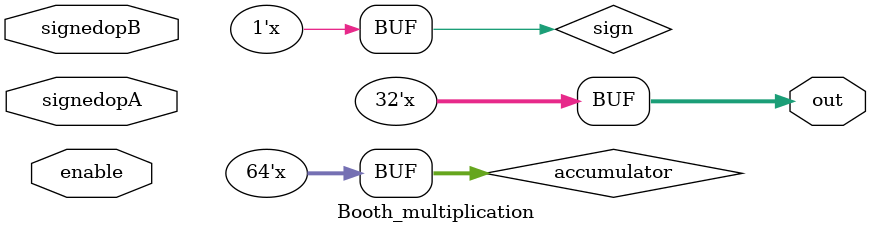
<source format=v>

`define OPCODE_COMPUTE    7'b0110011
`define OPCODE_IMM        7'b0010011
`define OPCODE_BRANCH     7'b1100011
`define OPCODE_LOAD       7'b0000011
`define OPCODE_STORE      7'b0100011
`define OPCODE_LUI        7'b0110111
`define OPCODE_JAL        7'b1101111
`define OPCODE_JALR       7'b1100111
`define OPCODE_AUIPC      7'b0010111
`define FUNC_ADD      3'b000
`define AUX_FUNC_ADD  7'b0000000
`define AUX_FUNC_SUB  7'b0100000
`define SIZE_BYTE  2'b00
`define SIZE_HWORD 2'b01
`define SIZE_WORD  2'b10

`include "lib_lab2.v"

module PipelinedCPU(halt, clk, rst);
  output halt;
  input clk, rst;

  // Pipeline variables
  reg [31:0] missed = 0;
  reg [31:0] missed_next = 0;
  
  reg [31:0] branched = 0;
  reg [31:0] branched_next = 0;

  reg [4:0] stages= 5'b00000;
  reg[4:0] next_stages= 5'b00001;
  reg [31:0] fetch_reg, fetch_reg_dec, fetch_reg_ex, fetch_reg_mem, fetch_reg_wb;
  reg [31:0] fetch_reg_dec_next, fetch_reg_ex_next, fetch_reg_mem_next, fetch_reg_wb_next;
  reg [4:0]  Rsrc1_reg, Rsrc2_reg, Rdst_reg, Rsrc1_reg_ex, Rsrc2_reg_ex, Rdst_reg_ex;
  reg [4:0]  Rsrc1_reg_ex_next, Rsrc2_reg_ex_next, Rdst_reg_ex_next;
  reg [2:0]  funct3_reg, funct3_reg_ex;
  reg [2:0]  funct3_reg_ex_next;
  reg [31:0] DataAddrRegEx, DataAddrRegMem, DataAddrRegWb;
  reg [31:0] DataAddrMem, DataAddrMem_next;
  reg [31:0] DataAddrRegMem_next, DataAddrRegWb_next;
  reg [31:0] StoreDataRegEx, StoreDataRegMem, StoreDataRegWb, RWrdataRegEx, RWrdataRegMem, RWrdataRegWb;
  reg [1:0]  RWrEnRegMem;
  reg [1:0]  RWrEnRegMem_next;
  reg [31:0] StoreDataRegEx_next, StoreDataRegMem_next, StoreDataRegWb_next, RWrdataRegEx_next, RWrdataRegMem_next, RWrdataRegWb_next;
  reg [1:0]  RWrEnRegWb, MemWrEnRegMem, MemWrEnRegWb, MemSizeRegEx, MemSizeRegMem, MemSizeRegWb;
  reg [1:0]  RWrEnRegWb_next, MemWrEnRegMem_next, MemWrEnRegWb_next, MemSizeRegEx_next, MemSizeRegMem_next, MemSizeRegWb_next;
  reg [6:0] opcode_reg, opcode_reg_ex, opcode_reg_mem, opcode_reg_wb;
  reg [6:0] opcode_reg_next, opcode_reg_ex_next, opcode_reg_mem_next, opcode_reg_wb_next;
  reg [6:0] funct7RegEx, funct7RegMem, funct7RegWb;
  reg [6:0] funct7RegEx_next, funct7RegMem_next, funct7RegWb_next;
  reg [31:0] PCRegDec, PCRegEx, PCRegMem, PCRegWb;
  reg [31:0] PCRegDec_next, PCRegEx_next, PCRegMem_next, PCRegWb_next;
  reg [31:0] imm_reg, imm_reg_ex, imm_reg_mem;
  reg [31:0] imm_reg_ex_next, imm_reg_mem_next;
  reg [31:0] opA_immRegEx, opA_immRegMem, opA_immRegWb;
  reg [31:0] opA_immRegMem_next, opA_immRegWb_next;
  reg [31:0] opB_immRegEx, opB_immRegMem, opB_immRegWb;
  reg [31:0] opB_immRegMem_next, opB_immRegWb_next;
  reg [31:0] opA_alt, Rdata1_fin, Rdata2_fin, opA_alt2, opA_alt3;
  reg [14:0] forward_signals = 1'b0;
  reg [1:0] forward_index = 2'b10;
  // end of pipeline variables

  wire [31:0] PC, InstWord;
  wire [31:0] DataAddr, StoreData, DataWord;
  wire [1:0]  MemSize;
  wire        MemWrEn;

  wire [4:0]  Rsrc1, Rsrc2, Rdst;
  wire [31:0] Rdata1, Rdata2, RWrdata, RWrdataWire;
  wire        RWrEn;

  wire [31:0] NPC, PC_Plus_4;
  wire [6:0]  opcode;

  wire [6:0]  funct7;
  wire [2:0]  funct3;


  // Additionaly registers for easy usage
  reg [31:0] PCReg, InstWordReg;
  reg [31:0] DataAddrReg, StoreDataReg, DataWordReg;
  reg [1:0]  MemSizeReg;
  reg        MemWrEnReg;

  reg [4:0]  Rsrc1Reg, Rsrc2Reg, RdstReg, RdstRegMem, RdstRegMem_next, RdstRegWb, RdstRegWb_next;
  reg [31:0] Rdata1Reg, Rdata2Reg, RWrdataReg;
  reg        RWrEnReg;

  reg [31:0] NPCReg, PC_Plus_4Reg;
  reg [6:0]  opcodeReg;

  reg [6:0]  funct7Reg;
  reg [2:0]  funct3Reg;

  // Additional Wires for easy usage
  wire [31:0] imm;
  wire [31:0] opB_imm, opA_imm;

  reg [31:0] immReg;
  reg [31:0] opB_immReg, opA_immReg;
  reg        haltFlagReg;
  reg [31:0] temp_addrReg;
  reg signed [31:0] signed_tempReg;
  reg signed [31:0] signed_temp_twoReg;
  reg [31:0] tempReg;

  reg startReg = 1'b0;

  reg miss_predict = 1'b0; //MUST GET RESET EVERY CLOCK EDGE!

  // end of additional wires

  reg [5:0] ex_ford_lab, mem_ford_lab;
  reg [5:0] ex_ford_lab_next, mem_ford_lab_next;

  reg[31:0 ]ex_ford, mem_ford;
  reg[31:0 ]ex_ford_next, mem_ford_next;

  reg loadHalt = 1'b0;
  reg loadHalted = 1'b0;


  reg miss_predicted = 1'b0; //MUST GET RESET EVERY CLOCK EDGE!
  // halt on haltflagreg
  assign halt = haltFlagReg;

  // System State (everything is neg assert)
  InstMem IMEM(.Addr(PC), .Size(`SIZE_WORD), .DataOut(InstWord), .CLK(clk));
  DataMem DMEM(.Addr(DataAddr), .Size(MemSize), .DataIn(StoreData), .DataOut(DataWord), .WEN(MemWrEn), .CLK(clk));

  RegFile RF(.AddrA(Rsrc1), .DataOutA(Rdata1),
             .AddrB(Rsrc2), .DataOutB(Rdata2),
             .AddrW(Rdst), .DataInW(RWrdata), .WenW(RWrEn), .CLK(clk));

  Reg PC_REG(.Din(NPC), .Qout(PC), .WEN(1'b0), .CLK(clk), .RST(rst));

  ExecutionUnit EU(.out(RWrdataWire), .opA(opA_imm), .opB(opB_imm), .func(funct3), .auxFunc(funct7));
  // Fetch Address Datapath
  assign PC_Plus_4 = PC + 4;

  //register output works for execute stage ( no other stages use it? )
  assign Rsrc1 = fetch_reg_ex[19:15]; //Rsrc is based off the execute, that is where we use the output
  assign Rsrc2 = fetch_reg_ex[24:20];
  assign Rdst = RdstReg;

  //Asign
  assign DataAddr = DataAddrReg;
  assign MemSize = MemSizeReg;
  assign StoreData = StoreDataReg;
  // assign DataWord = DataWordReg;
  assign MemWrEn = MemWrEnReg;

  assign RWrdata = RWrdataReg;
  assign RWrEn = RWrEnReg;
  assign Rdst = RdstReg;
  assign opA_imm = opA_immReg;
  assign opB_imm = opB_immReg;
  assign funct7 = funct7Reg;
  assign funct3 = funct3Reg;
  assign NPC = PCReg;

  //assign NPC = PC_Plus_4;
  always @(negedge clk)
  begin
    fetch_reg_dec = fetch_reg_dec_next;
    fetch_reg_ex =  fetch_reg_ex_next;
    fetch_reg_mem = fetch_reg_mem_next;
    fetch_reg_wb = fetch_reg_wb_next;
    opA_immRegMem = opA_immRegMem_next;
    opA_immRegWb = opA_immRegWb_next;
    opB_immRegMem = opA_immRegMem_next;
    opB_immRegWb = opA_immRegWb_next;
    opcode_reg_ex = opcode_reg_ex_next;
    opcode_reg_mem = opcode_reg_mem_next;
    opcode_reg_wb = opcode_reg_wb_next;
    funct3_reg_ex = funct3_reg_ex_next;
    funct7RegMem = funct7RegMem_next;
    funct7RegWb = funct7RegWb_next;
    Rsrc1_reg_ex = Rsrc1_reg_ex_next;
    Rsrc2_reg_ex = Rsrc2_reg_ex_next;
    Rdst_reg_ex = Rdst_reg_ex_next;
    stages = next_stages;
    imm_reg_ex  = imm_reg_ex_next;
        branched = branched_next;
    missed = missed_next;

    //reset miss-predict so it can be used again
    miss_predicted = miss_predict;
    miss_predict = 1'b0;

    loadHalted = loadHalt;
    loadHalt = 1'b0;

    PCRegDec = PCRegDec_next;
    PCRegEx = PCRegEx_next;
    PCRegMem = PCRegMem_next;
    PCRegWb = PCRegWb_next;

    DataAddrMem= DataAddrMem_next;
    MemWrEnRegMem = MemWrEnRegMem_next;
    RWrEnRegMem = RWrEnRegMem_next;
    RdstRegMem = RdstRegMem_next;
    RWrdataRegMem = RWrdataRegMem_next;
    MemSizeRegMem = MemSizeRegMem_next;
    StoreDataRegMem = StoreDataRegMem_next;

    RdstRegWb = RdstRegWb_next;
    RWrdataRegWb = RWrdataRegWb_next;
    RWrEnRegWb = RWrEnRegWb_next;

    ex_ford_lab = ex_ford_lab_next;
    mem_ford_lab = mem_ford_lab_next;
    ex_ford = ex_ford_next;
    mem_ford= mem_ford_next;

  end

  always @*
  begin
    //Setup PC reg for the next Instruction
    PCReg = PC_Plus_4;
    haltFlagReg = 1'b0;

    //If all stages are done, we are done so halt
    if (stages == 5'b0)
    begin
      $display("halt1");
      haltFlagReg = 1'b1;
    end

    // INSTRUCTION FETCH

    //If this stage is 0, set the next stage to 0 (propage the 0 through)
    if ((stages[0] == 1'b0))   // TODO: need to make this happen somewhere
    begin
      next_stages[1] = 1'b0;
      PCReg = PCReg-4;
      //if we missed a predict, so the cleanup killed both the fetch and decode stages, we need to restart it
      //now with the correct address for the next cylce (which is handled by the branch setting NPC to the new address)
      if ((miss_predict == 1'b1) | (miss_predicted == 1'b1) | (loadHalt == 1'b1))
      begin
        next_stages[0] = 1'b1;
      end
    end
    //Otherwse, normal execution
    else if (stages[0] == 1'b1)
    begin
      fetch_reg_dec_next = InstWord; //Give the next decoder the instruction
      //this stage keeps going and the next one should go too
      PCRegDec_next = PC; //propage the PC address we are at

      //we reached 0 instrucion, stop and let everything else go through!
      if ((InstWord == 32'b0))
      begin
        $display("I a am at the end of the file :()");
        next_stages[1] = 1'b0;
        PCReg = PCReg-4;
        next_stages[0] = 1'b0;
      end
      else
      begin
        next_stages[0] = 1'b1;
        next_stages[1] = 1'b1;
      end
    end

    // INSTRUCTION DECODE
    if (stages[1] == 1'b1)
    begin
      //Decode and propagate to the next stage
      PCRegEx_next = PCRegDec;
      next_stages[2] = 1'b1;
      opcode_reg_ex_next =  fetch_reg_dec[6:0];
      funct3_reg_ex_next = fetch_reg_dec[14:12];
      Rsrc1_reg_ex_next = fetch_reg_dec[19:15];
      Rsrc2_reg_ex_next = fetch_reg_dec[24:20];
      Rdst_reg_ex_next = fetch_reg_dec[11:7];
      imm_reg_ex_next = {20'b0, fetch_reg_dec[31:20]};
      //pass the instruction along too (we are lazy)
      fetch_reg_ex_next = fetch_reg_dec;

      //Branch Predict here! for now, both jumps and branches will predict not-taken
    end
    else if (stages[1] == 1'b0)
    begin
      next_stages[2] = 1'b0;
    end

    // EXECUTE STAGE
    if (stages[2] == 1'b0)
    begin
      next_stages[3] = 1'b0;
      ex_ford_lab_next[5] = 1'b0;
    end
    else if (stages[2] == 1'b1)
    begin
      PCRegMem_next = PCRegEx;
      next_stages[3] = 1'b1;
      fetch_reg_mem_next = fetch_reg_ex;

      //By default:
      MemWrEnRegMem_next = 1'b1; //no writing to mem
      RWrEnRegMem_next = 1'b1; //no writing to registers


      Rdata1_fin = Rdata1; //defaul take the vaule from the reg
      Rdata2_fin = Rdata2;
      //if its in mem, takeit
      if ((ex_ford_lab[5] == 1'b1) && (fetch_reg_ex[19:15] == ex_ford_lab[4:0]))
      begin
        Rdata1_fin = ex_ford;
      end
      //if it is in ex take it
      else if ((mem_ford_lab[5] == 1'b1) && (fetch_reg_ex[19:15] == mem_ford_lab[4:0]))
      begin
        Rdata1_fin = mem_ford;
      end

      //if its in mem, takeit
      if ((ex_ford_lab[5] == 1'b1) && (fetch_reg_ex[24:20] == ex_ford_lab[4:0]))
      begin
        Rdata2_fin = ex_ford;
      end
      //if it is in ex tqake it
      else if ((mem_ford_lab[5] == 1'b1) && (fetch_reg_ex[24:20] == mem_ford_lab[4:0]))
      begin
        Rdata2_fin = mem_ford;
      end

      //IF no memory write, need to have MemWrEnRegMem_next = 1'b1;
      //if no reg write back, need to have RWrEnRegMem_next = 1'b1;

      // for calculation here; use the ex extention stuff
      if (fetch_reg_ex[6:0] == `OPCODE_COMPUTE)
      begin
        //opA and B reg are assigned to the wire that goes into the eu
        opB_immReg   = Rdata2_fin;
        opA_immReg   = Rdata1_fin;
        //Same with funct7reg
        funct3Reg = funct3_reg_ex;
        funct7Reg = imm_reg_ex[11:5];
        //Just needs to do register write back, no need to do memory anything:
        RdstRegMem_next = Rdst_reg_ex;
        RWrdataRegMem_next = RWrdataWire; //output of the eu to write back
        RWrEnRegMem_next = 1'b0;

      end
      else if (fetch_reg_ex[6:0] == `OPCODE_IMM)
      begin

        funct3Reg = funct3_reg_ex;
        //$display("Funct3Reg: %3b", funct3Reg);
        if ((funct3_reg_ex == 3'b001 || funct3_reg_ex == 3'b101))
        begin
          funct7Reg   = imm_reg_ex[11:5];
          opB_immReg   = {{27{imm_reg_ex[4]}}, imm_reg_ex[4:0]};
          //$display("OPB: %5b", funct7Reg);
        end
        else
        begin
          funct7Reg   = `AUX_FUNC_ADD;
          opB_immReg   = {{20{imm_reg_ex[11]}}, imm_reg_ex[11:0]};
        end
        opA_immReg = Rdata1_fin;
        //$display("OPA: %5b", opA_immReg);

        //Just needs to do register write back, no need to do memory anything:
        RdstRegMem_next = Rdst_reg_ex;
        RWrdataRegMem_next = RWrdataWire; //output of the eu to write back
        RWrEnRegMem_next = 1'b0;
      end

      else if (fetch_reg_ex[6:0] == `OPCODE_LOAD)
      begin
        signed_tempReg = {{20{fetch_reg_ex[31]}}, fetch_reg_ex[31:20]};
        temp_addrReg = signed_tempReg + Rdata1_fin;
        loadHalt = 1;
        next_stages[0] = 0;
        next_stages[1] = 0;
        next_stages[2] = 0; // new addition
        PCReg = PCRegEx + 4;
        if (fetch_reg_ex[14:12] == 3'b000)
        begin // LB
          DataAddrMem_next   = temp_addrReg; //address
          MemSizeRegMem_next   = `SIZE_BYTE; //size
          RdstRegMem_next = Rdst_reg_ex; //Reg address
          //RWrdataRegMem_next   = {{24{DataWord[7]}}, DataWord[7:0]}; //data (fetched)
          RWrEnRegMem_next = 1'b0; //do write to register
          //dont write to memory (default)
        end
        else if (fetch_reg_ex[14:12] == 3'b001)
        begin // LH
          $display("halt2");
          haltFlagReg   = temp_addrReg[0]; //if address wrong halt
          DataAddrMem_next   = temp_addrReg; //address
          MemSizeRegMem_next   = `SIZE_HWORD; //size
          RdstRegMem_next = Rdst_reg_ex; //Reg address
          //RWrdataRegMem_next   = {{16{DataWord[15]}}, DataWord[15:0]}; //data (fetched)
          RWrEnRegMem_next = 1'b0; //do write to register
          //dont write to memory (default)
        end
        else if (fetch_reg_ex[14:12] == 3'b010)
        begin // LW
          $display("halt3");
          haltFlagReg   = temp_addrReg[0] | temp_addrReg[1];
          DataAddrMem_next   = temp_addrReg; //address
          MemSizeRegMem_next   = `SIZE_WORD; //size
          RdstRegMem_next = Rdst_reg_ex; //Reg address
          //RWrdataRegMem_next   = DataWord; //data (fetched)
          RWrEnRegMem_next = 1'b0; //do write to register
          //dont write to memory (default)
        end
        else if (fetch_reg_ex[14:12] == 3'b100)
        begin // LBU
          DataAddrMem_next   = temp_addrReg; //address
          MemSizeRegMem_next   = `SIZE_BYTE; //size
          RdstRegMem_next = Rdst_reg_ex; //Reg address
          //RWrdataRegMem_next   = {{24{1'b0}}, DataWord[7:0]}; //data (fetched)
          RWrEnRegMem_next = 1'b0; //do write to register
          //dont write to memory (default)
        end
        else if (fetch_reg_ex[14:12] == 3'b101)
        begin // LHU
          $display("halt4");
          haltFlagReg   = temp_addrReg[0]; //if address wrong halt
          DataAddrMem_next   = temp_addrReg; //address
          MemSizeRegMem_next   = `SIZE_HWORD; //size
          RdstRegMem_next = Rdst_reg_ex; //Reg address
          //RWrdataRegMem_next   = {{16{1'b0}}, DataWord[15:0]}; //data (fetched)
          RWrEnRegMem_next = 1'b0; //do write to register
          //dont write to memory (default)
        end
      end

      else if (fetch_reg_ex[6:0] == `OPCODE_STORE)
      begin
        signed_tempReg = {{20{fetch_reg_ex[31]}}, fetch_reg_ex[31:25], fetch_reg_ex[11:7]};
        temp_addrReg = signed_tempReg + Rdata1_fin;

        if (fetch_reg_ex[14:12] == 3'b000)
        begin // SB
          DataAddrMem_next = temp_addrReg; //set address for next stage
          MemSizeRegMem_next = `SIZE_BYTE; //set size
          StoreDataRegMem_next = Rdata2_fin; //set data to write to address
          MemWrEnRegMem_next = 1'b0; //let it write
          //don't write to register (defualt) don't need to set rdst.
        end
        else if (fetch_reg_ex[14:12] == 3'b001)
        begin // SH
          DataAddrMem_next = temp_addrReg; //set address for next stage
          MemSizeRegMem_next = `SIZE_HWORD; //set size
          StoreDataRegMem_next = Rdata2_fin; //set data to write to address
          MemWrEnRegMem_next = 1'b0; //let it write
          //don't write to register (defualt) don't need to set rdst.
        end
        else if (fetch_reg_ex[14:12] == 3'b010)
        begin // SW
          DataAddrMem_next = temp_addrReg; //set address for next stage
          MemSizeRegMem_next = `SIZE_WORD; //set size
          StoreDataRegMem_next = Rdata2_fin; //set data to write to address
          MemWrEnRegMem_next = 1'b0; //let it write
          //don't write to register (defualt) don't need to set rdst.
        end
      end

      else if (fetch_reg_ex[6:0] == `OPCODE_LUI)
      begin
        RdstRegMem_next = Rdst_reg_ex;
        RWrdataRegMem_next = {fetch_reg_ex[31:12], 12'b0}
                           ; //output of the eu to write back
        RWrEnRegMem_next = 1'b0; //do write to the register, dont write to mem (default)
      end
      else if (fetch_reg_ex[6:0] == `OPCODE_AUIPC)
      begin
        RdstRegMem_next = Rdst_reg_ex;
        RWrdataRegMem_next = PCRegEx + {fetch_reg_ex[31:12], 12'b0}
                           ;
        ; //output of the eu to write back
        RWrEnRegMem_next = 1'b0;
      end

      else if (fetch_reg_ex[6:0] == `OPCODE_JAL)
      begin
        signed_tempReg   = {{12{fetch_reg_ex[31]}}, fetch_reg_ex[19:12], fetch_reg_ex[20], fetch_reg_ex[30:21], 1'b0};
        temp_addrReg   = signed_tempReg + PCRegEx;
        $display("halt5");
        haltFlagReg   = temp_addrReg[0] | temp_addrReg[1];
        // additional code:
        RdstRegMem_next = Rdst_reg_ex;
        RWrdataRegMem_next = PCRegEx + 4;
        RWrEnRegMem_next = 1'b0;

        if ((PCRegEx) != temp_addrReg)
        begin
          //NPC is going to be PCReg, so we are over writting it with this rather than PCplus4
          PCReg  = temp_addrReg;
          $display("jump success %8x", temp_addrReg);
          $display("offset from pc %8x", signed_tempReg);
          //We need to do some clean up now as we predicted wrong
          miss_predict = 1;
          next_stages[0] = 0;
          next_stages[1] = 0;
          next_stages[2] = 0;
          //stages 2 - 4 can continue, 2 is this one which is fine as it doesn't do anything in later stages
          //3 and 4 are previous code that is still correct and should continue
        end
      end
      else if (fetch_reg_ex[6:0] == `OPCODE_JALR)
      begin
        signed_tempReg = Rdata1_fin;
        temp_addrReg   = 32'hfffffffe & (signed_tempReg + {{20{fetch_reg_ex[31]}}, fetch_reg_ex[31:20]});
        $display("halt6");
        haltFlagReg   = temp_addrReg[0] | temp_addrReg[1];
        $display("stored address is %8x, PC is %8x", signed_tempReg, PCReg);
        $display("address to be jumped to is %8x", temp_addrReg);

        // additional code:
        RdstRegMem_next = Rdst_reg_ex;
        RWrdataRegMem_next = PCRegEx + 4;
        RWrEnRegMem_next = 1'b0;

        if ((PCRegEx) != temp_addrReg)
        begin
          //NPC is going to be PCReg, so we are over writting it with this rather than PCplus4
          PCReg   = temp_addrReg;
          //We need to do some clean up now as we predicted wrong
          miss_predict = 1;
          next_stages[0] = 0;
          next_stages[1] = 0;
          next_stages[2] = 0;
          //stages 2 - 4 can continue, 2 is this one which is fine as it doesn't do anything in later stages
          //3 and 4 are previous code that is still correct and should continue
        end

      end

      else if (fetch_reg_ex[6:0] == `OPCODE_BRANCH)
      begin
        branched_next = branched + 1;
        signed_tempReg = {{20{fetch_reg_ex[31]}}, fetch_reg_ex[7], fetch_reg_ex[30:25], fetch_reg_ex[11:8], 1'b0};
        temp_addrReg  = PCRegEx + signed_tempReg;
        //Really if any of these enter, we mis-predicted. We are always going to predict not taken, so instead of just writing the address
        //We are going to need to flush the pipline and fetch the next register...
        //That also means there is really no point in delaying anything, we are not doing anything else with branch so to need to wait for right back
        //to fix things
        $display("in the branch, want to go to: %8x", temp_addrReg);
        //if we dont, we have already finished the branch, nothing happens in the next stages.
        if (funct3_reg_ex == 3'b000)
        begin // BEQ
          if (Rdata1_fin == Rdata2_fin)
          begin
            //NPC is going to be PCReg, so we are over writting it with this rather than PCplus4
            PCReg   = temp_addrReg;
            $display("BEQ SUCCESS %8x", temp_addrReg);
            //We need to do some clean up now as we predicted wrong
            miss_predict = 1;
            missed_next = missed + 1;
            // stages[0] = 0;
            // stages[1] = 0;
            next_stages[0] = 0;
            next_stages[1] = 0;
            next_stages[2] = 0;
            //stages 2 - 4 can continue, 2 is this one which is fine as it doesn't do anything in later stages
            //3 and 4 are previous code that is still correct and should continue
          end
        end
        else if (funct3_reg_ex == 3'b001)
        begin // BNE
          if (Rdata1_fin != Rdata2_fin)
          begin
            //NPC is going to be PCReg, so we are over writting it with this rather than PCplus4
            PCReg   = temp_addrReg;
            $display("BNE SUCCESS %8x", temp_addrReg);
            //We need to do some clean up now as we predicted wrong
            miss_predict = 1;
            missed_next = missed + 1;
            // stages[0] = 0;
            // stages[1] = 0;
            next_stages[0] = 0;
            next_stages[1] = 0;
            next_stages[2] = 0;
            //stages 2 - 4 can continue, 2 is this one which is fine as it doesn't do anything in later stages
            //3 and 4 are previous code that is still correct and should continue
          end
        end
        else if (funct3_reg_ex == 3'b100)
        begin // BLT
          signed_tempReg   = Rdata1_fin;
          signed_temp_twoReg  = Rdata2_fin;
          $display("Comparison: A: %08x, B: %08x", Rdata1_fin, Rdata2_fin);
          if (signed_tempReg < signed_temp_twoReg)
          begin
            //NPC is going to be PCReg, so we are over writting it with this rather than PCplus4
            PCReg   = temp_addrReg;
            $display("ok I should branch, im going to: %8x", temp_addrReg);
            $display("BLT SUCCESS %8x", temp_addrReg);
            //We need to do some clean up now as we predicted wrong
            miss_predict = 1;
            missed_next = missed + 1;
            // stages[0] = 0;
            // stages[1] = 0;
            next_stages[0] = 0;
            next_stages[1] = 0;
            next_stages[2] = 0;
            //stages 2 - 4 can continue, 2 is this one which is fine as it doesn't do anything in later stages
            //3 and 4 are previous code that is still correct and should continue
          end
        end
        else if (funct3_reg_ex == 3'b101)
        begin // BGE
          signed_tempReg   = Rdata1_fin;
          signed_temp_twoReg   = Rdata2_fin;
          if (signed_tempReg >= signed_temp_twoReg)
          begin
            //NPC is going to be PCReg, so we are over writting it with this rather than PCplus4
            PCReg   = temp_addrReg;
            $display("BGE SUCCESS %8x", temp_addrReg);
            //We need to do some clean up now as we predicted wrong
            miss_predict = 1;
            missed_next = missed + 1;
            // stages[0] = 0;
            // stages[1] = 0;
            next_stages[0] = 0;
            next_stages[1] = 0;
            next_stages[2] = 0;
            //stages 2 - 4 can continue, 2 is this one which is fine as it doesn't do anything in later stages
            //3 and 4 are previous code that is still correct and should continue
          end
        end
        else if (funct3_reg_ex == 3'b110)
        begin // BLTU
          if (Rdata1_fin < Rdata2_fin)
          begin
            //NPC is going to be PCReg, so we are over writting it with this rather than PCplus4
            PCReg   = temp_addrReg;
            //We need to do some clean up now as we predicted wrong
            miss_predict = 1;
            missed_next = missed + 1;
            // stages[0] = 0;
            // stages[1] = 0;
            next_stages[0] = 0;
            next_stages[1] = 0;
            next_stages[2] = 0;
            //stages 2 - 4 can continue, 2 is this one which is fine as it doesn't do anything in later stages
            //3 and 4 are previous code that is still correct and should continue
          end
        end
        else if (funct3_reg_ex == 3'b111)
        begin // BGEU
          if (Rdata1_fin >= Rdata2_fin)
          begin
            //NPC is going to be PCReg, so we are over writting it with this rather than PCplus4
            PCReg   = temp_addrReg;
            //We need to do some clean up now as we predicted wrong
            miss_predict = 1;
            missed_next = missed + 1;
            // stages[0] = 0;
            // stages[1] = 0;
            next_stages[0] = 0;
            next_stages[1] = 0;
            next_stages[2] = 0;
            //stages 2 - 4 can continue, 2 is this one which is fine as it doesn't do anything in later stages
            //3 and 4 are previous code that is still correct and should continue
          end
        end
        else
        begin
          $display("halt7");
          haltFlagReg   = 1'b1;
        end
      end

      // try to forward from execute stage
      ex_ford_lab_next[5] = 1'b0;
      if (RWrEnRegMem_next == 1'b0)
      begin
        ex_ford_lab_next[5] = 1'b1;
        ex_ford_lab_next[4:0] = fetch_reg_mem_next[11:7];
        ex_ford_next = RWrdataRegMem_next;
        $display("just chucked in execute %8x, into %8x", ex_ford, ex_ford_lab[4:0]);
      end

    end

    // MEMORY WRITE OR READ STAGE

    if (stages[3] == 1'b0)
    begin
      next_stages[4] = 1'b0;
      mem_ford_lab_next[5] = 1'b0;
    end
    else if (stages[3] == 1'b1)
    begin
      PCRegWb_next = PCRegMem;
      next_stages[4] = 1'b1;
      fetch_reg_wb_next = fetch_reg_mem;

      //Memory (now time)
      DataAddrReg = DataAddrMem; //set address
      MemSizeReg = MemSizeRegMem; //set size
      StoreDataReg = StoreDataRegMem; //if we are storing, store data
      MemWrEnReg = MemWrEnRegMem; //enable writing
      //$display("address: %08x, memsize: %02b, StoreData: %08x, MemWrEn: %1b, dataword: %08x", DataAddrReg, MemSizeReg,StoreDataReg, MemWrEnReg, DataWord);

      //Reg wb info to propagate:
      RdstRegWb_next = RdstRegMem; //reg to write to propagate
      RWrdataRegWb_next = RWrdataRegMem; //This changes on a load, its the data to write
      RWrEnRegWb_next = RWrEnRegMem; // enable write or not

      //On a load we need to acatually get the data and send it to reg write back
      //since we set the address and memsize, dataword is the real data we are looking for!
      if (fetch_reg_mem[6:0] == `OPCODE_LOAD)
      begin

        if (fetch_reg_mem[14:12] == 3'b000)
        begin // LB
          RWrdataRegWb_next   = {{24{DataWord[7]}}, DataWord[7:0]}; //data (fetched)
        end
        else if (fetch_reg_mem[14:12] == 3'b001)
        begin // LH
          RWrdataRegWb_next   = {{16{DataWord[15]}}, DataWord[15:0]}; //data (fetched)
        end
        else if (fetch_reg_mem[14:12] == 3'b010)
        begin // LW
          // $display("Loading word");
          RWrdataRegWb_next   = DataWord; //data (fetched)
          // $display("dataword: %08x", DataWord);
        end
        else if (fetch_reg_mem[14:12] == 3'b100)
        begin // LBU
          RWrdataRegWb_next   = {{24{1'b0}}, DataWord[7:0]}; //data (fetched)
        end
        else if (fetch_reg_mem[14:12] == 3'b101)
        begin // LHU
          RWrdataRegWb_next   = {{16{1'b0}}, DataWord[15:0]}; //data (fetched)
        end


      end

      mem_ford_lab_next[5] = 1'b0;
      if (RWrEnRegWb_next == 1'b0)
      begin
        mem_ford_lab_next[5] = 1'b1;
        mem_ford_lab_next[4:0] = fetch_reg_wb_next[11:7];
        mem_ford_next = RWrdataRegWb_next;
        $display("just chucked in mem %8x, into %8x", mem_ford, mem_ford_lab[4:0]);
      end
    end

    // Register Write back starts here

    if (stages[4] == 1'b1)
    begin
      //just do the write back now
      RdstReg = RdstRegWb;
      RWrdataReg = RWrdataRegWb;
      RWrEnReg = RWrEnRegWb;

    end
  end


endmodule


module ExecutionUnit(out, opA, opB, func, auxFunc);
  output [31:0] out;
  input [31:0]  opA, opB;
  input [2:0] 	 func;
  input [6:0] 	 auxFunc;

  // Place your code here
  reg [31:0] myOutput;
  wire signed [31:0] signedopA = $signed(opA);
  wire signed [31:0] signedopB = $signed(opB);
  reg enable = 1'b0;
  wire [31:0] mul_out;
  Booth_multiplication booth1(signedopA, signedopB, mul_out, enable);

  always @(*)
  begin
    //check each bit of the input to classify them
    enable = 1'b0;
    case (func[2:0])
      //Arithmetic
      3'b000:
        if (auxFunc[5] == 1'b1)
        begin
          myOutput = opA - opB;
        end
        else if (auxFunc[0] == 1'b1)
        begin
          enable = 1'b1;
        end
        else
        begin
          myOutput = opA + opB;
        end

      //SRL and SRA
      3'b101:
        if (auxFunc[5] == 1'b1)
        begin
          myOutput = signedopA >>> signedopB;
        end
        else
        begin
          myOutput = opA >> opB;
        end
      3'b001:
        myOutput = opA << opB;
      3'b010:
        myOutput = 1 ? signedopA < signedopB : 0;
      3'b011:
        myOutput = 1 ? opA < opB : 0;
      3'b100:
        myOutput = opA ^ opB;
      3'b110:
        myOutput = opA | opB;
      3'b111:
        myOutput = opA & opB;
      default:
        myOutput = 32'b0;
    endcase
  end
  assign out = enable ? mul_out :  myOutput ;
endmodule // ExecutionUnit


module Booth_multiplication (signedopA, signedopB, out, enable);

  input signed [31:0] signedopA, signedopB;
  input enable;
  output signed [31:0] out;
  reg [31:0] out_result;
  reg [63:0] accumulator = 64'b0;
  reg [63:0] addition_val;
  reg signed sign;
  reg signed [31:0] cmpval;
  integer i;

  assign out = accumulator[31:0];
  always @(*) begin
      if (enable == 1'b1) begin
        addition_val = {signedopA, {32'b0}};
        for (i = 0; i < 32; i = i + 1) begin
            sign = accumulator[63];
            
            if (i == 1'b0) begin
              cmpval = 32'b0;
            end
            else begin 
              cmpval = signedopB[i-1];
            end
            if (signedopB[i] == 1'b0 && cmpval == 1'b0) begin
              accumulator = accumulator + 1'b0;
            end
            else if (signedopB[i] == 1'b0 && cmpval == 1'b1) begin
              accumulator = accumulator + addition_val;
            end
            else if (signedopB[i] == 1'b1 && cmpval == 1'b0) begin 
              accumulator = accumulator - addition_val;
            end 
            else if (signedopB[i] == 1'b1 && cmpval == 1'b1) begin 
              accumulator = accumulator + 1'b0;
            end 

            accumulator = accumulator >> 1;
            accumulator[63] = sign;  
        end
        //sign = accumulator[31];
        // accumulator = accumulator >> 1;
        $display("multiplication answer is %8x", accumulator);
        //accumulator[31] = sign; 
      end
  end 



endmodule
</source>
